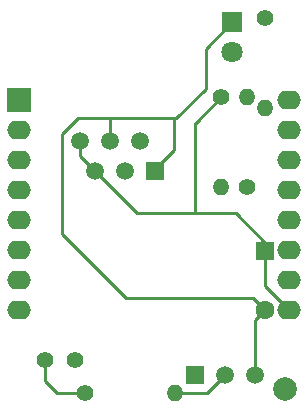
<source format=gbr>
%TF.GenerationSoftware,KiCad,Pcbnew,(6.0.0-0)*%
%TF.CreationDate,2023-07-31T21:51:40+02:00*%
%TF.ProjectId,P1_Gateway,50315f47-6174-4657-9761-792e6b696361,1*%
%TF.SameCoordinates,Original*%
%TF.FileFunction,Copper,L2,Bot*%
%TF.FilePolarity,Positive*%
%FSLAX46Y46*%
G04 Gerber Fmt 4.6, Leading zero omitted, Abs format (unit mm)*
G04 Created by KiCad (PCBNEW (6.0.0-0)) date 2023-07-31 21:51:40*
%MOMM*%
%LPD*%
G01*
G04 APERTURE LIST*
%TA.AperFunction,ComponentPad*%
%ADD10R,1.600000X1.600000*%
%TD*%
%TA.AperFunction,ComponentPad*%
%ADD11C,1.600000*%
%TD*%
%TA.AperFunction,ComponentPad*%
%ADD12R,1.800000X1.800000*%
%TD*%
%TA.AperFunction,ComponentPad*%
%ADD13C,1.800000*%
%TD*%
%TA.AperFunction,ComponentPad*%
%ADD14C,1.400000*%
%TD*%
%TA.AperFunction,ComponentPad*%
%ADD15O,1.400000X1.400000*%
%TD*%
%TA.AperFunction,ComponentPad*%
%ADD16R,1.520000X1.520000*%
%TD*%
%TA.AperFunction,ComponentPad*%
%ADD17C,1.520000*%
%TD*%
%TA.AperFunction,ComponentPad*%
%ADD18O,2.000000X1.600000*%
%TD*%
%TA.AperFunction,ComponentPad*%
%ADD19R,2.000000X2.000000*%
%TD*%
%TA.AperFunction,ComponentPad*%
%ADD20R,1.500000X1.500000*%
%TD*%
%TA.AperFunction,ComponentPad*%
%ADD21C,1.500000*%
%TD*%
%TA.AperFunction,ComponentPad*%
%ADD22C,2.000000*%
%TD*%
%TA.AperFunction,Conductor*%
%ADD23C,0.250000*%
%TD*%
G04 APERTURE END LIST*
D10*
%TO.P,C1,1*%
%TO.N,Net-(C1-Pad1)*%
X193540000Y-73720000D03*
D11*
%TO.P,C1,2*%
%TO.N,Net-(D1-Pad1)*%
X193530000Y-78720000D03*
%TD*%
D12*
%TO.P,D1,1,K*%
%TO.N,Net-(D1-Pad1)*%
X190754000Y-54356000D03*
D13*
%TO.P,D1,2,A*%
%TO.N,Net-(D1-Pad2)*%
X190754000Y-56896000D03*
%TD*%
D14*
%TO.P,R1,1*%
%TO.N,Net-(JP1-Pad1)*%
X178308000Y-85725000D03*
D15*
%TO.P,R1,2*%
%TO.N,Net-(Q1-Pad2)*%
X185928000Y-85725000D03*
%TD*%
D14*
%TO.P,R2,1*%
%TO.N,Net-(R2-Pad1)*%
X192024000Y-68326000D03*
D15*
%TO.P,R2,2*%
%TO.N,Net-(Q1-Pad1)*%
X192024000Y-60706000D03*
%TD*%
D14*
%TO.P,R4,1*%
%TO.N,Net-(R4-Pad1)*%
X193550000Y-53940000D03*
D15*
%TO.P,R4,2*%
%TO.N,Net-(D1-Pad2)*%
X193550000Y-61560000D03*
%TD*%
D14*
%TO.P,R3,1*%
%TO.N,Net-(C1-Pad1)*%
X189850000Y-60680000D03*
D15*
%TO.P,R3,2*%
%TO.N,Net-(JP1-Pad2)*%
X189850000Y-68300000D03*
%TD*%
D16*
%TO.P,J1,1*%
%TO.N,Net-(D1-Pad1)*%
X184210000Y-66940000D03*
D17*
%TO.P,J1,2*%
%TO.N,Net-(JP1-Pad1)*%
X182940000Y-64400000D03*
%TO.P,J1,3*%
%TO.N,unconnected-(J1-Pad3)*%
X181670000Y-66940000D03*
%TO.P,J1,4*%
%TO.N,Net-(D1-Pad1)*%
X180400000Y-64400000D03*
%TO.P,J1,5*%
%TO.N,Net-(C1-Pad1)*%
X179130000Y-66940000D03*
%TO.P,J1,6*%
X177860000Y-64400000D03*
%TD*%
D14*
%TO.P,JP1,1,A*%
%TO.N,Net-(JP1-Pad1)*%
X174873600Y-82905600D03*
%TO.P,JP1,2,B*%
%TO.N,Net-(JP1-Pad2)*%
X177413600Y-82905600D03*
%TD*%
D18*
%TO.P,U1,16,TX*%
%TO.N,unconnected-(U1-Pad16)*%
X195580000Y-60960000D03*
%TO.P,U1,15,RX*%
%TO.N,Net-(Q1-Pad1)*%
X195580000Y-63500000D03*
%TO.P,U1,14,SCL/D1*%
%TO.N,unconnected-(U1-Pad14)*%
X195580000Y-66040000D03*
%TO.P,U1,13,SDA/D2*%
%TO.N,unconnected-(U1-Pad13)*%
X195580000Y-68580000D03*
%TO.P,U1,12,D3*%
%TO.N,unconnected-(U1-Pad12)*%
X195580000Y-71120000D03*
%TO.P,U1,11,D4*%
%TO.N,unconnected-(U1-Pad11)*%
X195580000Y-73660000D03*
%TO.P,U1,10,GND*%
%TO.N,Net-(D1-Pad1)*%
X195580000Y-76200000D03*
%TO.P,U1,9,5V*%
%TO.N,Net-(C1-Pad1)*%
X195580000Y-78740000D03*
%TO.P,U1,8,3V3*%
%TO.N,Net-(R2-Pad1)*%
X172720000Y-78740000D03*
%TO.P,U1,7,CS/D8*%
%TO.N,unconnected-(U1-Pad7)*%
X172720000Y-76200000D03*
%TO.P,U1,6,MOSI/D7*%
%TO.N,unconnected-(U1-Pad6)*%
X172720000Y-73660000D03*
%TO.P,U1,5,MISO/D6*%
%TO.N,Net-(R4-Pad1)*%
X172720000Y-71120000D03*
%TO.P,U1,4,SCK/D5*%
%TO.N,unconnected-(U1-Pad4)*%
X172720000Y-68580000D03*
%TO.P,U1,3,D0*%
%TO.N,unconnected-(U1-Pad3)*%
X172720000Y-66040000D03*
%TO.P,U1,2,A0*%
%TO.N,unconnected-(U1-Pad2)*%
X172720000Y-63500000D03*
D19*
%TO.P,U1,1,~{RST}*%
%TO.N,unconnected-(U1-Pad1)*%
X172720000Y-60960000D03*
%TD*%
D20*
%TO.P,Q1,1,C*%
%TO.N,Net-(Q1-Pad1)*%
X187619800Y-84193800D03*
D21*
%TO.P,Q1,2,B*%
%TO.N,Net-(Q1-Pad2)*%
X190159800Y-84193800D03*
%TO.P,Q1,3,E*%
%TO.N,Net-(D1-Pad1)*%
X192699800Y-84193800D03*
%TD*%
D22*
%TO.P,TP1,1,1*%
%TO.N,Net-(C1-Pad1)*%
X195199000Y-85369400D03*
%TD*%
D23*
%TO.N,Net-(Q1-Pad2)*%
X188830000Y-85550000D02*
X188655000Y-85725000D01*
X190159800Y-84193800D02*
X188830000Y-85523600D01*
X188830000Y-85523600D02*
X188830000Y-85550000D01*
X188655000Y-85725000D02*
X185928000Y-85725000D01*
%TO.N,Net-(C1-Pad1)*%
X177860000Y-64400000D02*
X177860000Y-65670000D01*
X187700000Y-70500000D02*
X191050000Y-70500000D01*
X193540000Y-73720000D02*
X193540000Y-76700000D01*
X193540000Y-76700000D02*
X195580000Y-78740000D01*
X177860000Y-65670000D02*
X179130000Y-66940000D01*
X189850000Y-60680000D02*
X187690000Y-62840000D01*
X187610000Y-70410000D02*
X187700000Y-70500000D01*
X182690000Y-70500000D02*
X187700000Y-70500000D01*
X187610000Y-62840000D02*
X187610000Y-70410000D01*
X191050000Y-70500000D02*
X193540000Y-72990000D01*
X179130000Y-66940000D02*
X182690000Y-70500000D01*
X193540000Y-72990000D02*
X193540000Y-73720000D01*
X187690000Y-62840000D02*
X187610000Y-62840000D01*
%TO.N,Net-(JP1-Pad1)*%
X175940000Y-85740000D02*
X175955000Y-85725000D01*
X175955000Y-85725000D02*
X178308000Y-85725000D01*
X174873600Y-84673600D02*
X175940000Y-85740000D01*
X174873600Y-82905600D02*
X174873600Y-84673600D01*
%TO.N,Net-(D1-Pad1)*%
X177630000Y-62460000D02*
X180510000Y-62460000D01*
X185860000Y-62420000D02*
X185860000Y-65140000D01*
X193530000Y-78720000D02*
X192520000Y-77710000D01*
X180400000Y-64400000D02*
X180400000Y-62570000D01*
X185820000Y-62460000D02*
X185860000Y-62420000D01*
X192710000Y-79540000D02*
X193530000Y-78720000D01*
X181740000Y-77710000D02*
X176330000Y-72300000D01*
X190754000Y-54356000D02*
X188540000Y-56570000D01*
X180510000Y-62460000D02*
X186040000Y-62460000D01*
X188540000Y-56570000D02*
X188540000Y-59960000D01*
X192699800Y-84193800D02*
X192699800Y-79579800D01*
X192520000Y-77710000D02*
X181740000Y-77710000D01*
X180400000Y-62570000D02*
X180510000Y-62460000D01*
X188540000Y-59960000D02*
X186040000Y-62460000D01*
X176330000Y-72300000D02*
X176330000Y-63820000D01*
X176330000Y-63820000D02*
X177690000Y-62460000D01*
X185860000Y-65140000D02*
X184210000Y-66790000D01*
%TD*%
M02*

</source>
